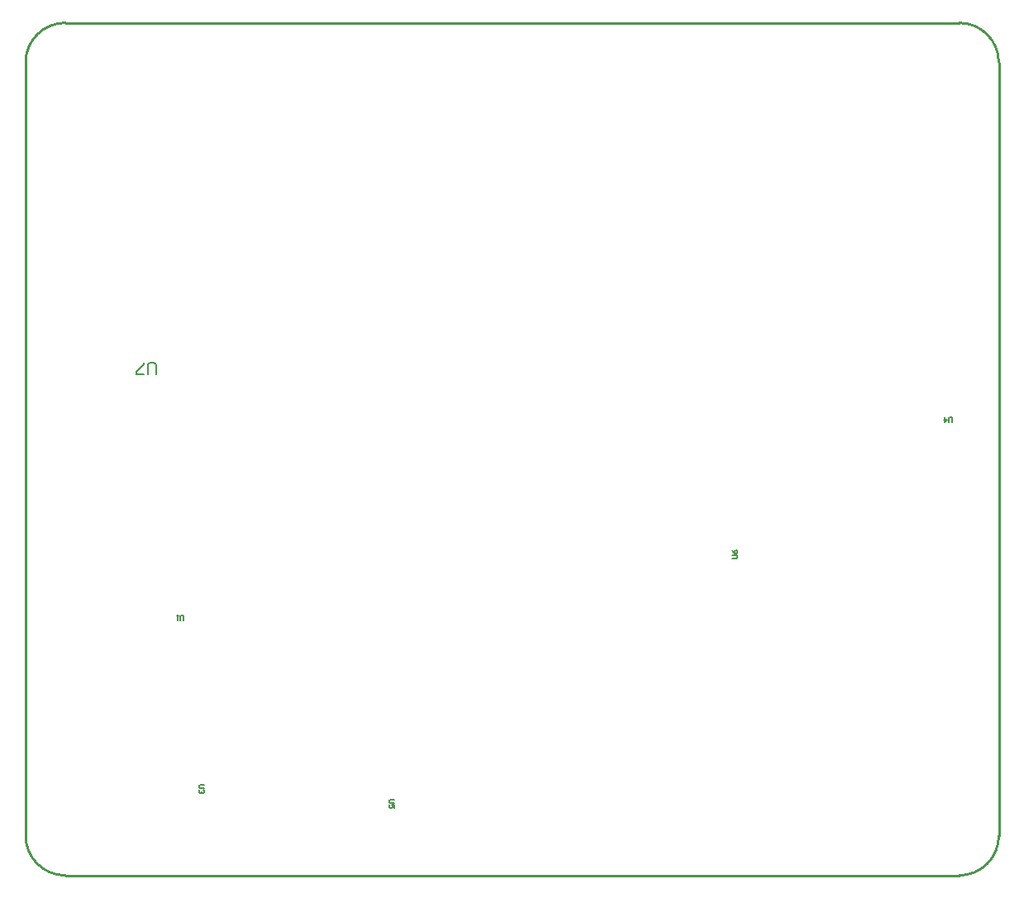
<source format=gm1>
G04*
G04 #@! TF.GenerationSoftware,Altium Limited,Altium Designer,24.6.1 (21)*
G04*
G04 Layer_Color=16711935*
%FSLAX44Y44*%
%MOMM*%
G71*
G04*
G04 #@! TF.SameCoordinates,44A1DD27-CD51-42AF-A16C-F6F8CAE25C75*
G04*
G04*
G04 #@! TF.FilePolarity,Positive*
G04*
G01*
G75*
%ADD12C,0.2540*%
%ADD15C,0.1524*%
%ADD133C,0.1500*%
D12*
X367030Y40640D02*
G03*
X407670Y0I40640J0D01*
G01*
X1323340D02*
G03*
X1363980Y40640I0J40640D01*
G01*
Y833120D02*
G03*
X1323340Y873760I-40640J0D01*
G01*
X407670D02*
G03*
X367030Y833120I0J-40640D01*
G01*
X407670Y0D02*
X1323340D01*
X1363980Y40640D02*
Y833120D01*
X407670Y873760D02*
X1323340D01*
X367030Y40640D02*
Y833120D01*
D15*
X1315720Y464822D02*
Y469054D01*
X1314874Y469900D01*
X1313181D01*
X1312334Y469054D01*
Y464822D01*
X1308103Y469900D02*
Y464822D01*
X1310642Y467361D01*
X1307256D01*
X1090932Y325120D02*
X1095164D01*
X1096010Y325966D01*
Y327659D01*
X1095164Y328506D01*
X1090932D01*
Y333584D02*
X1091778Y331891D01*
X1093471Y330198D01*
X1095164D01*
X1096010Y331045D01*
Y332738D01*
X1095164Y333584D01*
X1094317D01*
X1093471Y332738D01*
Y330198D01*
X549908Y92710D02*
X545676D01*
X544830Y91864D01*
Y90171D01*
X545676Y89324D01*
X549908D01*
X549062Y87632D02*
X549908Y86785D01*
Y85092D01*
X549062Y84246D01*
X548216D01*
X547369Y85092D01*
Y85939D01*
Y85092D01*
X546523Y84246D01*
X545676D01*
X544830Y85092D01*
Y86785D01*
X545676Y87632D01*
X744218Y77470D02*
X739986D01*
X739140Y76624D01*
Y74931D01*
X739986Y74084D01*
X744218D01*
Y69006D02*
Y72392D01*
X741679D01*
X742526Y70699D01*
Y69852D01*
X741679Y69006D01*
X739986D01*
X739140Y69852D01*
Y71545D01*
X739986Y72392D01*
X528320Y261622D02*
Y265854D01*
X527474Y266700D01*
X525781D01*
X524934Y265854D01*
Y261622D01*
X523242Y266700D02*
X521549D01*
X522395D01*
Y261622D01*
X523242Y262468D01*
D133*
X500380Y513784D02*
Y523781D01*
X498381Y525780D01*
X494382D01*
X492383Y523781D01*
Y513784D01*
X488384D02*
X480387D01*
Y515783D01*
X488384Y523781D01*
Y525780D01*
M02*

</source>
